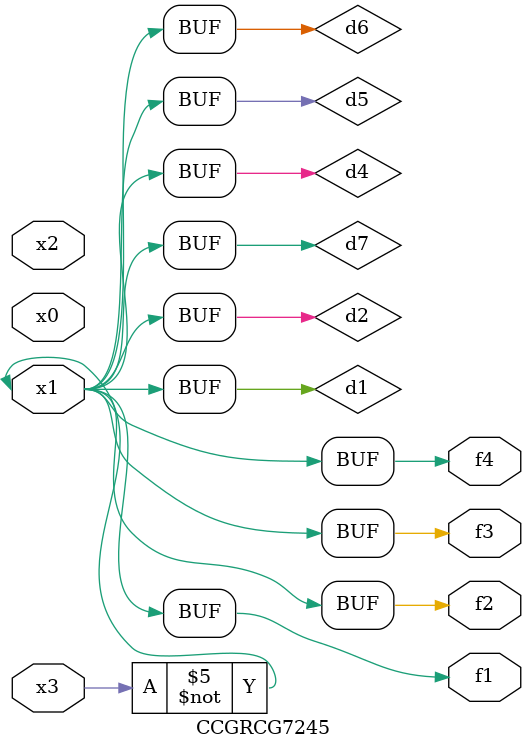
<source format=v>
module CCGRCG7245(
	input x0, x1, x2, x3,
	output f1, f2, f3, f4
);

	wire d1, d2, d3, d4, d5, d6, d7;

	not (d1, x3);
	buf (d2, x1);
	xnor (d3, d1, d2);
	nor (d4, d1);
	buf (d5, d1, d2);
	buf (d6, d4, d5);
	nand (d7, d4);
	assign f1 = d6;
	assign f2 = d7;
	assign f3 = d6;
	assign f4 = d6;
endmodule

</source>
